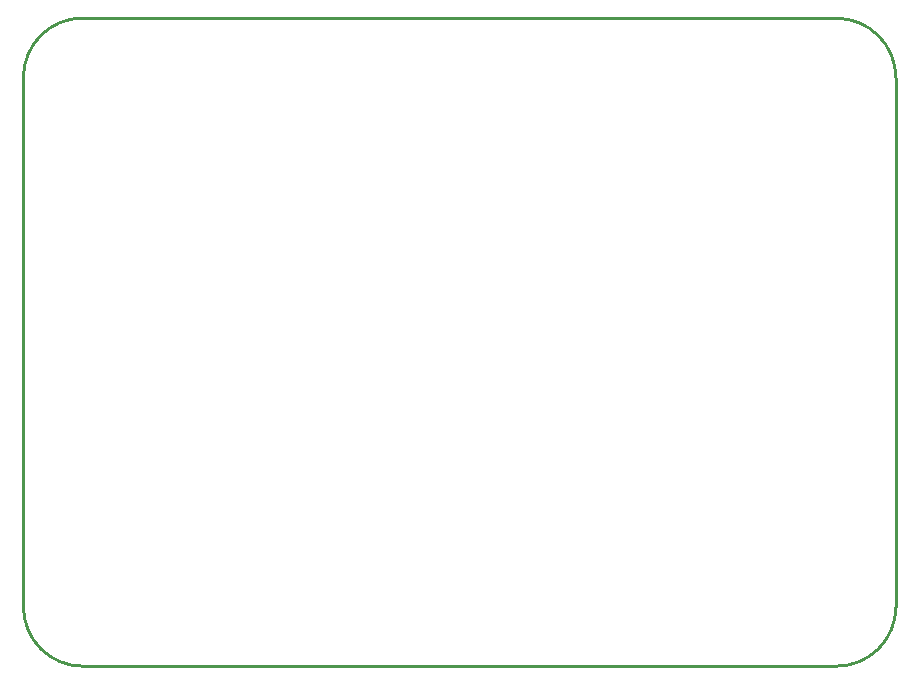
<source format=gbr>
%TF.GenerationSoftware,Altium Limited,Altium Designer,20.1.12 (249)*%
G04 Layer_Color=16711935*
%FSLAX26Y26*%
%MOIN*%
%TF.SameCoordinates,73CAA688-106B-4C54-AD3F-6D0582A263F4*%
%TF.FilePolarity,Positive*%
%TF.FileFunction,Other,Mechanical_1*%
%TF.Part,Single*%
G01*
G75*
%TA.AperFunction,NonConductor*%
%ADD12C,0.010000*%
D12*
X5000Y202885D02*
G03*
X202886Y5000I197885J0D01*
G01*
X203090Y2165658D02*
G03*
X5000Y1967568I0J-198090D01*
G01*
X2715550Y5145D02*
G03*
X2913433Y203029I0J197883D01*
G01*
X2913053Y1966946D02*
G03*
X2715133Y2164866I-197920J0D01*
G01*
X5000Y1967568D02*
X5000Y202885D01*
X2913189Y202777D02*
Y1967364D01*
X202886Y5131D02*
X2718120Y5132D01*
X203090Y2165486D02*
X2717238D01*
%TF.MD5,713be65316598fccc7505053f95bcfd5*%
M02*

</source>
